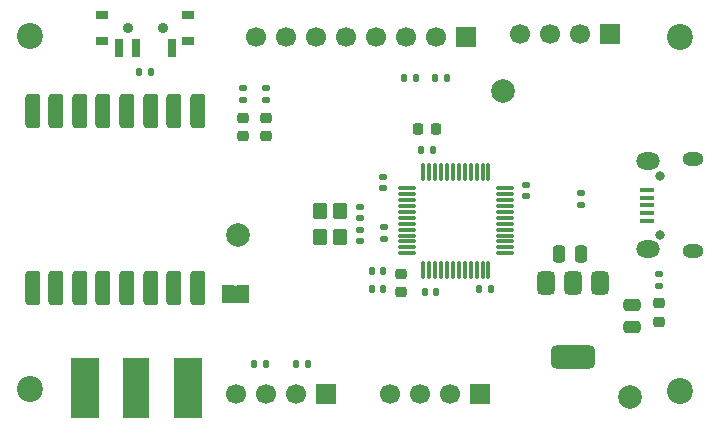
<source format=gbr>
%TF.GenerationSoftware,KiCad,Pcbnew,9.0.3*%
%TF.CreationDate,2025-09-24T15:40:22-07:00*%
%TF.ProjectId,linklet,6c696e6b-6c65-4742-9e6b-696361645f70,rev?*%
%TF.SameCoordinates,Original*%
%TF.FileFunction,Soldermask,Top*%
%TF.FilePolarity,Negative*%
%FSLAX46Y46*%
G04 Gerber Fmt 4.6, Leading zero omitted, Abs format (unit mm)*
G04 Created by KiCad (PCBNEW 9.0.3) date 2025-09-24 15:40:22*
%MOMM*%
%LPD*%
G01*
G04 APERTURE LIST*
G04 Aperture macros list*
%AMRoundRect*
0 Rectangle with rounded corners*
0 $1 Rounding radius*
0 $2 $3 $4 $5 $6 $7 $8 $9 X,Y pos of 4 corners*
0 Add a 4 corners polygon primitive as box body*
4,1,4,$2,$3,$4,$5,$6,$7,$8,$9,$2,$3,0*
0 Add four circle primitives for the rounded corners*
1,1,$1+$1,$2,$3*
1,1,$1+$1,$4,$5*
1,1,$1+$1,$6,$7*
1,1,$1+$1,$8,$9*
0 Add four rect primitives between the rounded corners*
20,1,$1+$1,$2,$3,$4,$5,0*
20,1,$1+$1,$4,$5,$6,$7,0*
20,1,$1+$1,$6,$7,$8,$9,0*
20,1,$1+$1,$8,$9,$2,$3,0*%
G04 Aperture macros list end*
%ADD10RoundRect,0.140000X0.140000X0.170000X-0.140000X0.170000X-0.140000X-0.170000X0.140000X-0.170000X0*%
%ADD11C,2.000000*%
%ADD12R,1.700000X1.700000*%
%ADD13C,1.700000*%
%ADD14RoundRect,0.317500X-0.317500X1.157500X-0.317500X-1.157500X0.317500X-1.157500X0.317500X1.157500X0*%
%ADD15RoundRect,0.135000X-0.135000X-0.185000X0.135000X-0.185000X0.135000X0.185000X-0.135000X0.185000X0*%
%ADD16RoundRect,0.225000X-0.225000X-0.250000X0.225000X-0.250000X0.225000X0.250000X-0.225000X0.250000X0*%
%ADD17RoundRect,0.140000X0.170000X-0.140000X0.170000X0.140000X-0.170000X0.140000X-0.170000X-0.140000X0*%
%ADD18RoundRect,0.135000X-0.185000X0.135000X-0.185000X-0.135000X0.185000X-0.135000X0.185000X0.135000X0*%
%ADD19C,2.200000*%
%ADD20O,0.800000X0.800000*%
%ADD21R,1.300000X0.450000*%
%ADD22O,1.800000X1.150000*%
%ADD23O,2.000000X1.450000*%
%ADD24RoundRect,0.075000X-0.662500X-0.075000X0.662500X-0.075000X0.662500X0.075000X-0.662500X0.075000X0*%
%ADD25RoundRect,0.075000X-0.075000X-0.662500X0.075000X-0.662500X0.075000X0.662500X-0.075000X0.662500X0*%
%ADD26R,1.000000X0.800000*%
%ADD27C,0.900000*%
%ADD28R,0.700000X1.500000*%
%ADD29R,2.290000X5.080000*%
%ADD30R,2.420000X5.080000*%
%ADD31RoundRect,0.375000X-0.375000X0.625000X-0.375000X-0.625000X0.375000X-0.625000X0.375000X0.625000X0*%
%ADD32RoundRect,0.500000X-1.400000X0.500000X-1.400000X-0.500000X1.400000X-0.500000X1.400000X0.500000X0*%
%ADD33RoundRect,0.250000X-0.350000X0.450000X-0.350000X-0.450000X0.350000X-0.450000X0.350000X0.450000X0*%
%ADD34RoundRect,0.140000X-0.140000X-0.170000X0.140000X-0.170000X0.140000X0.170000X-0.140000X0.170000X0*%
%ADD35RoundRect,0.250000X0.475000X-0.250000X0.475000X0.250000X-0.475000X0.250000X-0.475000X-0.250000X0*%
%ADD36RoundRect,0.218750X0.256250X-0.218750X0.256250X0.218750X-0.256250X0.218750X-0.256250X-0.218750X0*%
%ADD37RoundRect,0.218750X-0.256250X0.218750X-0.256250X-0.218750X0.256250X-0.218750X0.256250X0.218750X0*%
%ADD38RoundRect,0.250000X-0.250000X-0.475000X0.250000X-0.475000X0.250000X0.475000X-0.250000X0.475000X0*%
%ADD39RoundRect,0.135000X0.135000X0.185000X-0.135000X0.185000X-0.135000X-0.185000X0.135000X-0.185000X0*%
%ADD40R,1.000000X1.500000*%
%ADD41RoundRect,0.140000X-0.170000X0.140000X-0.170000X-0.140000X0.170000X-0.140000X0.170000X0.140000X0*%
G04 APERTURE END LIST*
%TO.C,JP1*%
G36*
X76550000Y-104550000D02*
G01*
X76250000Y-104550000D01*
X76250000Y-103050000D01*
X76550000Y-103050000D01*
X76550000Y-104550000D01*
G37*
%TD*%
D10*
%TO.C,C1*%
X97980000Y-103312500D03*
X97020000Y-103312500D03*
%TD*%
D11*
%TO.C,FID1*%
X109800000Y-112500000D03*
%TD*%
D12*
%TO.C,J7*%
X95890000Y-82000000D03*
D13*
X93350000Y-82000000D03*
X90810000Y-82000000D03*
X88270000Y-82000000D03*
X85730000Y-82000000D03*
X83190000Y-82000000D03*
X80650000Y-82000000D03*
X78110000Y-82000000D03*
%TD*%
D14*
%TO.C,U3*%
X73200000Y-88225000D03*
X71200000Y-88225000D03*
X69200000Y-88225000D03*
X67200000Y-88225000D03*
X65200000Y-88225000D03*
X63200000Y-88225000D03*
X61200000Y-88225000D03*
X59200000Y-88225000D03*
X59200000Y-103275000D03*
X61200000Y-103275000D03*
X63200000Y-103275000D03*
X65200000Y-103275000D03*
X67200000Y-103275000D03*
X69200000Y-103275000D03*
X71200000Y-103275000D03*
X73200000Y-103275000D03*
%TD*%
D15*
%TO.C,R8*%
X90690000Y-85500000D03*
X91710000Y-85500000D03*
%TD*%
D16*
%TO.C,C5*%
X91825000Y-89812500D03*
X93375000Y-89812500D03*
%TD*%
D17*
%TO.C,C4*%
X88887500Y-94792500D03*
X88887500Y-93832500D03*
%TD*%
D18*
%TO.C,R3*%
X112200000Y-102090000D03*
X112200000Y-103110000D03*
%TD*%
D19*
%TO.C,H4*%
X59000000Y-111800000D03*
%TD*%
D18*
%TO.C,R7*%
X77000000Y-86352500D03*
X77000000Y-87372500D03*
%TD*%
D11*
%TO.C,FID3*%
X76600000Y-98800000D03*
%TD*%
D20*
%TO.C,J1*%
X112345000Y-98740000D03*
X112345000Y-93740000D03*
D21*
X111245000Y-97540000D03*
X111245000Y-96890000D03*
X111245000Y-96240000D03*
X111245000Y-95590000D03*
X111245000Y-94940000D03*
D22*
X115095000Y-100115000D03*
D23*
X111295000Y-99965000D03*
X111295000Y-92515000D03*
D22*
X115095000Y-92365000D03*
%TD*%
D10*
%TO.C,C7*%
X88867500Y-101792500D03*
X87907500Y-101792500D03*
%TD*%
D12*
%TO.C,J2*%
X108120000Y-81750000D03*
D13*
X105580000Y-81750000D03*
X103040000Y-81750000D03*
X100500000Y-81750000D03*
%TD*%
D24*
%TO.C,U1*%
X90887500Y-94812500D03*
X90887500Y-95312500D03*
X90887500Y-95812500D03*
X90887500Y-96312500D03*
X90887500Y-96812500D03*
X90887500Y-97312500D03*
X90887500Y-97812500D03*
X90887500Y-98312500D03*
X90887500Y-98812500D03*
X90887500Y-99312500D03*
X90887500Y-99812500D03*
X90887500Y-100312500D03*
D25*
X92300000Y-101725000D03*
X92800000Y-101725000D03*
X93300000Y-101725000D03*
X93800000Y-101725000D03*
X94300000Y-101725000D03*
X94800000Y-101725000D03*
X95300000Y-101725000D03*
X95800000Y-101725000D03*
X96300000Y-101725000D03*
X96800000Y-101725000D03*
X97300000Y-101725000D03*
X97800000Y-101725000D03*
D24*
X99212500Y-100312500D03*
X99212500Y-99812500D03*
X99212500Y-99312500D03*
X99212500Y-98812500D03*
X99212500Y-98312500D03*
X99212500Y-97812500D03*
X99212500Y-97312500D03*
X99212500Y-96812500D03*
X99212500Y-96312500D03*
X99212500Y-95812500D03*
X99212500Y-95312500D03*
X99212500Y-94812500D03*
D25*
X97800000Y-93400000D03*
X97300000Y-93400000D03*
X96800000Y-93400000D03*
X96300000Y-93400000D03*
X95800000Y-93400000D03*
X95300000Y-93400000D03*
X94800000Y-93400000D03*
X94300000Y-93400000D03*
X93800000Y-93400000D03*
X93300000Y-93400000D03*
X92800000Y-93400000D03*
X92300000Y-93400000D03*
%TD*%
D26*
%TO.C,SW1*%
X72400000Y-82310000D03*
X72400000Y-80100000D03*
D27*
X70250000Y-81200000D03*
X67250000Y-81200000D03*
D26*
X65100000Y-82310000D03*
X65100000Y-80100000D03*
D28*
X71000000Y-82960000D03*
X68000000Y-82960000D03*
X66500000Y-82960000D03*
%TD*%
D29*
%TO.C,J6*%
X68000000Y-111700000D03*
D30*
X63620000Y-111700000D03*
X72380000Y-111700000D03*
%TD*%
D17*
%TO.C,C6*%
X89000000Y-99080000D03*
X89000000Y-98120000D03*
%TD*%
D12*
%TO.C,J4*%
X84080000Y-112200000D03*
D13*
X81540000Y-112200000D03*
X79000000Y-112200000D03*
X76460000Y-112200000D03*
%TD*%
D31*
%TO.C,U2*%
X107250000Y-102800000D03*
X104950000Y-102800000D03*
D32*
X104950000Y-109100000D03*
D31*
X102650000Y-102800000D03*
%TD*%
D19*
%TO.C,H1*%
X114000000Y-82000000D03*
%TD*%
D33*
%TO.C,Y1*%
X83537500Y-96712500D03*
X83537500Y-98912500D03*
X85237500Y-98912500D03*
X85237500Y-96712500D03*
%TD*%
D19*
%TO.C,H3*%
X59000000Y-81900000D03*
%TD*%
D15*
%TO.C,R9*%
X93290000Y-85500000D03*
X94310000Y-85500000D03*
%TD*%
D17*
%TO.C,C11*%
X86887500Y-99292500D03*
X86887500Y-98332500D03*
%TD*%
D34*
%TO.C,C3*%
X92120000Y-91600000D03*
X93080000Y-91600000D03*
%TD*%
D35*
%TO.C,C13*%
X109950000Y-106550000D03*
X109950000Y-104650000D03*
%TD*%
D19*
%TO.C,H2*%
X114000000Y-112000000D03*
%TD*%
D17*
%TO.C,C10*%
X86887500Y-97312500D03*
X86887500Y-96352500D03*
%TD*%
D15*
%TO.C,R4*%
X81490000Y-109700000D03*
X82510000Y-109700000D03*
%TD*%
D36*
%TO.C,D2*%
X79000000Y-90400000D03*
X79000000Y-88825000D03*
%TD*%
D15*
%TO.C,R1*%
X68240000Y-85000000D03*
X69260000Y-85000000D03*
%TD*%
D37*
%TO.C,FB1*%
X90387500Y-102025000D03*
X90387500Y-103600000D03*
%TD*%
D18*
%TO.C,R2*%
X105600000Y-95190000D03*
X105600000Y-96210000D03*
%TD*%
%TO.C,R6*%
X79010000Y-86352500D03*
X79010000Y-87372500D03*
%TD*%
D37*
%TO.C,D1*%
X112200000Y-104562500D03*
X112200000Y-106137500D03*
%TD*%
D34*
%TO.C,C9*%
X92407500Y-103562500D03*
X93367500Y-103562500D03*
%TD*%
D36*
%TO.C,D3*%
X77000000Y-90400000D03*
X77000000Y-88825000D03*
%TD*%
D38*
%TO.C,C12*%
X103750000Y-100350000D03*
X105650000Y-100350000D03*
%TD*%
D39*
%TO.C,R5*%
X79010000Y-109700000D03*
X77990000Y-109700000D03*
%TD*%
D10*
%TO.C,C8*%
X88867500Y-103312500D03*
X87907500Y-103312500D03*
%TD*%
D40*
%TO.C,JP1*%
X77050000Y-103800000D03*
X75750000Y-103800000D03*
%TD*%
D11*
%TO.C,FID2*%
X99000000Y-86600000D03*
%TD*%
D41*
%TO.C,C2*%
X101000000Y-94515000D03*
X101000000Y-95475000D03*
%TD*%
D12*
%TO.C,J3*%
X97120000Y-112200000D03*
D13*
X94580000Y-112200000D03*
X92040000Y-112200000D03*
X89500000Y-112200000D03*
%TD*%
M02*

</source>
